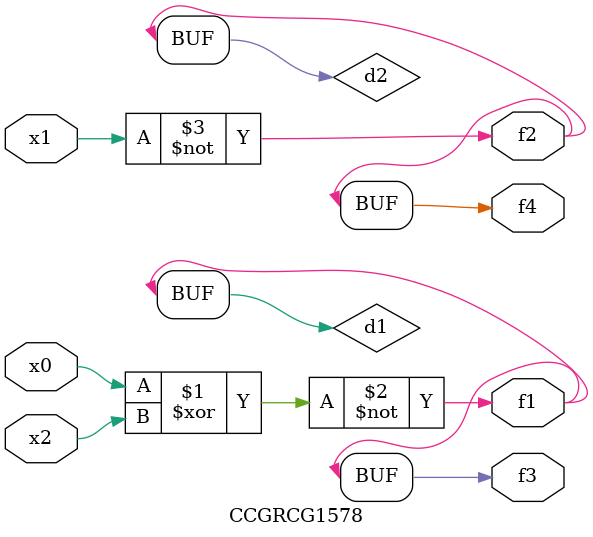
<source format=v>
module CCGRCG1578(
	input x0, x1, x2,
	output f1, f2, f3, f4
);

	wire d1, d2, d3;

	xnor (d1, x0, x2);
	nand (d2, x1);
	nor (d3, x1, x2);
	assign f1 = d1;
	assign f2 = d2;
	assign f3 = d1;
	assign f4 = d2;
endmodule

</source>
